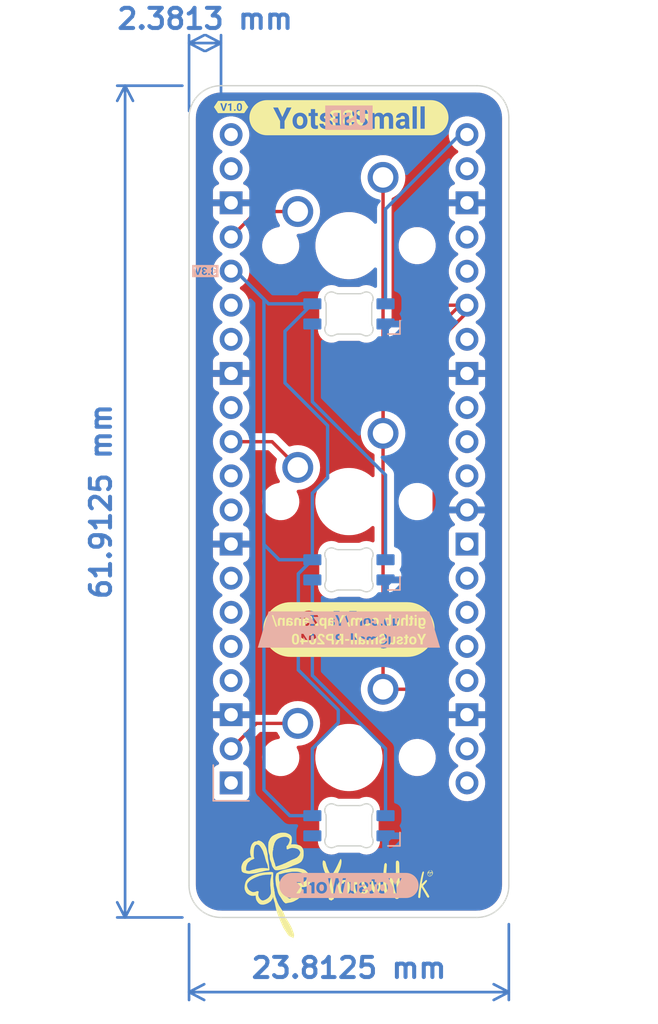
<source format=kicad_pcb>
(kicad_pcb (version 20211014) (generator pcbnew)
  (layers (0 "F.Cu" signal) (31 "B.Cu" signal) (34 "B.Paste" user) (35 "F.Paste" user) (36 "B.SilkS" user "B.Silkscreen") (37 "F.SilkS" user "F.Silkscreen") (38 "B.Mask" user) (39 "F.Mask" user) (44 "Edge.Cuts" user))
  (net 0 "")
  (net 25 "+3.3V")
  (net 26 "Net-(LED1-Pad2)")
  (net 27 "KEY")
  (net 28 "GND")
  (net 29 "Net-(LED2-Pad2)")
  (net 30 "C1")
  (net 31 "R1")
  (net 32 "R2")
  (net 33 "R3")
  (footprint "marbastlib-mx:SW_MX_1u" (layer "F.Cu") (at 45.2438 128.5875)
    (fp_text reference "SW3" hide)
    (fp_text value "MX_SW_solder" hide)
    (pad "" np_thru_hole circle (at 0 0) (size 3.9878 3.9878) (drill 3.9878) (layers *.Cu *.Mask))
    (pad "" np_thru_hole circle (at 5.08 0) (size 1.75 1.75) (drill 1.75) (layers *.Cu *.Mask))
    (pad "" np_thru_hole circle (at -5.08 0) (size 1.75 1.75) (drill 1.75) (layers *.Cu *.Mask))
    (pad "1" thru_hole circle (at -3.81 -2.54) (size 2.3 2.3) (drill 1.524) (layers *.Cu *.Mask) (net 33 "R3"))
    (pad "2" thru_hole circle (at 2.54 -5.08) (size 2.3 2.3) (drill 1.524) (layers *.Cu *.Mask) (net 30 "C1"))
  )
  (footprint "marbastlib-mx:SW_MX_1u" (layer "F.Cu") (at 45.2438 90.4875)
    (fp_text reference "SW1" hide)
    (fp_text value "MX_SW_solder" hide)
    (pad "" np_thru_hole circle (at -5.08 0) (size 1.75 1.75) (drill 1.75) (layers *.Cu *.Mask))
    (pad "" np_thru_hole circle (at 0 0) (size 3.9878 3.9878) (drill 3.9878) (layers *.Cu *.Mask))
    (pad "" np_thru_hole circle (at 5.08 0) (size 1.75 1.75) (drill 1.75) (layers *.Cu *.Mask))
    (pad "1" thru_hole circle (at -3.81 -2.54) (size 2.3 2.3) (drill 1.524) (layers *.Cu *.Mask) (net 31 "R1"))
    (pad "2" thru_hole circle (at 2.54 -5.08) (size 2.3 2.3) (drill 1.524) (layers *.Cu *.Mask) (net 30 "C1"))
  )
  (footprint "kibuzzard-64114494" (layer "F.Cu") (at 45.24375 119.0625)
    (fp_text reference "kibuzzard-64114494" hide)
    (fp_text value "G***" hide)
  )
  (footprint "LOGO" (layer "F.Cu") (at 45.597483 138.098679)
    (fp_text reference "G***" hide)
    (fp_text value "LOGO" hide)
  )
  (footprint "marbastlib-mx:SW_MX_1u" (layer "F.Cu") (at 45.2438 109.5375)
    (fp_text reference "SW2" hide)
    (fp_text value "MX_SW_solder" hide)
    (pad "" np_thru_hole circle (at -5.08 0) (size 1.75 1.75) (drill 1.75) (layers *.Cu *.Mask))
    (pad "" np_thru_hole circle (at 0 0) (size 3.9878 3.9878) (drill 3.9878) (layers *.Cu *.Mask))
    (pad "" np_thru_hole circle (at 5.08 0) (size 1.75 1.75) (drill 1.75) (layers *.Cu *.Mask))
    (pad "1" thru_hole circle (at -3.81 -2.54) (size 2.3 2.3) (drill 1.524) (layers *.Cu *.Mask) (net 32 "R2"))
    (pad "2" thru_hole circle (at 2.54 -5.08) (size 2.3 2.3) (drill 1.524) (layers *.Cu *.Mask) (net 30 "C1"))
  )
  (footprint "kibuzzard-64114471" (layer "F.Cu") (at 45.24375 80.9625)
    (fp_text reference "kibuzzard-64114471" hide)
    (fp_text value "G***" hide)
  )
  (footprint "kibuzzard-640FE15A" (layer "F.Cu") (at 36.46975 80.16875)
    (fp_text reference "kibuzzard-640FE15A" hide)
    (fp_text value "G***" hide)
  )
  (footprint "marbastlib-mx:LED_MX_6028R" (layer "B.Cu") (at 45.2438 133.6675 180)
    (fp_text reference "LED3" hide)
    (fp_text value "MX_SK6812MINI-E" hide)
    (fp_line (start -1.699999 0.702843) (end -1.699999 -0.702841) (layer "Edge.Cuts") (width 0.1))
    (fp_line (start -0.794452 -1.499999) (end 0.794452 -1.499999) (layer "Edge.Cuts") (width 0.1))
    (fp_line (start 0.794452 1.5) (end -0.794453 1.5) (layer "Edge.Cuts") (width 0.1))
    (fp_line (start 1.699999 -0.702841) (end 1.699999 0.702843) (layer "Edge.Cuts") (width 0.1))
    (fp_arc (start 1.04671 -1.568298) (mid 0.925122 -1.517376) (end 0.794452 -1.499999) (layer "Edge.Cuts") (width 0.1))
    (fp_arc (start 1.749484 0.919721) (mid 1.712534 0.814067) (end 1.699999 0.702843) (layer "Edge.Cuts") (width 0.1))
    (fp_arc (start 1.749484 0.919721) (mid 1.638072 1.504036) (end 1.046711 1.5683) (layer "Edge.Cuts") (width 0.1))
    (fp_arc (start 1.699999 -0.702842) (mid 1.712536 -0.814065) (end 1.749484 -0.919719) (layer "Edge.Cuts") (width 0.1))
    (fp_arc (start -1.046711 1.568299) (mid -1.63807 1.504035) (end -1.749484 0.919721) (layer "Edge.Cuts") (width 0.1))
    (fp_arc (start -1.749484 -0.919719) (mid -1.712527 -0.814067) (end -1.699999 -0.702841) (layer "Edge.Cuts") (width 0.1))
    (fp_arc (start 1.046711 -1.568296) (mid 1.638069 -1.504034) (end 1.749484 -0.919719) (layer "Edge.Cuts") (width 0.1))
    (fp_arc (start -1.046711 1.568299) (mid -0.925123 1.517377) (end -0.794453 1.5) (layer "Edge.Cuts") (width 0.1))
    (fp_arc (start -0.794452 -1.499999) (mid -0.925123 -1.517376) (end -1.046711 -1.568298) (layer "Edge.Cuts") (width 0.1))
    (fp_arc (start -1.749484 -0.919718) (mid -1.638072 -1.504034) (end -1.046711 -1.568298) (layer "Edge.Cuts") (width 0.1))
    (fp_arc (start 0.794453 1.500001) (mid 0.925123 1.517378) (end 1.046711 1.5683) (layer "Edge.Cuts") (width 0.1))
    (fp_arc (start -1.699999 0.702844) (mid -1.712527 0.814069) (end -1.749484 0.919721) (layer "Edge.Cuts") (width 0.1))
    (pad "1" smd roundrect (at 2.725 0.75 90) (size 0.82 1.35) (layers "B.Cu" "B.Paste" "B.Mask") (roundrect_rratio 0.1) (net 25 "+3.3V"))
    (pad "2" smd roundrect (at 2.725 -0.75 90) (size 0.82 1.35) (layers "B.Cu" "B.Paste" "B.Mask") (roundrect_rratio 0.1))
    (pad "3" smd roundrect (at -2.725 0.75 90) (size 0.82 1.35) (layers "B.Cu" "B.Paste" "B.Mask") (roundrect_rratio 0.1) (net 29 "Net-(LED2-Pad2)"))
    (pad "4" smd roundrect (at -2.725 -0.75 90) (size 0.82 1.35) (layers "B.Cu" "B.Paste" "B.Mask") (roundrect_rratio 0.1) (chamfer_ratio 0.5) (chamfer bottom_left) (net 28 "GND"))
  )
  (footprint "kibuzzard-640FDD0C" (layer "B.Cu") (at 45.24375 138.1125 180)
    (fp_text reference "kibuzzard-640FDD0C" hide)
    (fp_text value "G***" hide)
  )
  (footprint "WeAct-RP2040-Pico:WeAct-RP2040-Pico" (layer "B.Cu") (at 45.2438 106.3625 180)
    (fp_text reference "U1" hide)
    (fp_text value "WeAct-RP2040-Pico")
    (pad "1" thru_hole circle (at -8.79 24.142 180) (size 1.7 1.7) (drill 1) (layers *.Cu *.Mask) (net 27 "KEY"))
    (pad "2" thru_hole oval (at -8.79 21.602 180) (size 1.7 1.7) (drill 1) (layers *.Cu *.Mask))
    (pad "3" thru_hole rect (at -8.79 19.062 180) (size 1.7 1.7) (drill 1) (layers *.Cu *.Mask) (net 28 "GND"))
    (pad "4" thru_hole oval (at -8.79 16.51 180) (size 1.7 1.7) (drill 1) (layers *.Cu *.Mask))
    (pad "5" thru_hole oval (at -8.79 13.97 180) (size 1.7 1.7) (drill 1) (layers *.Mask "F.Cu" "In1.Cu" "B.Cu"))
    (pad "6" thru_hole oval (at -8.79 11.442 180) (size 1.7 1.7) (drill 1) (layers *.Cu *.Mask) (net 30 "C1"))
    (pad "7" thru_hole oval (at -8.79 8.902 180) (size 1.7 1.7) (drill 1) (layers *.Cu *.Mask))
    (pad "8" thru_hole rect (at -8.79 6.362 180) (size 1.7 1.7) (drill 1) (layers *.Cu *.Mask) (net 28 "GND"))
    (pad "9" thru_hole oval (at -8.79 3.822 180) (size 1.7 1.7) (drill 1) (layers *.Cu *.Mask))
    (pad "10" thru_hole oval (at -8.79 1.282 180) (size 1.7 1.7) (drill 1) (layers *.Cu *.Mask))
    (pad "11" thru_hole oval (at -8.79 -1.258 180) (size 1.7 1.7) (drill 1) (layers *.Cu *.Mask))
    (pad "12" thru_hole oval (at -8.79 -3.798 180) (size 1.7 1.7) (drill 1) (layers *.Cu *.Mask) (net 28 "GND"))
    (pad "13" thru_hole rect (at -8.79 -6.338 180) (size 1.7 1.7) (drill 1) (layers *.Cu *.Mask))
    (pad "14" thru_hole oval (at -8.79 -8.878 180) (size 1.7 1.7) (drill 1) (layers *.Cu *.Mask))
    (pad "15" thru_hole oval (at -8.79 -11.418 180) (size 1.7 1.7) (drill 1) (layers *.Cu *.Mask))
    (pad "16" thru_hole oval (at -8.79 -13.958 180) (size 1.7 1.7) (drill 1) (layers *.Cu *.Mask))
    (pad "17" thru_hole oval (at -8.79 -16.498 180) (size 1.7 1.7) (drill 1) (layers *.Cu *.Mask))
    (pad "18" thru_hole rect (at -8.79 -19.038 180) (size 1.7 1.7) (drill 1) (layers *.Cu *.Mask) (net 28 "GND"))
    (pad "19" thru_hole oval (at -8.79 -21.578 180) (size 1.7 1.7) (drill 1) (layers *.Cu *.Mask))
    (pad "20" thru_hole oval (at -8.79 -24.118 180) (size 1.7 1.7) (drill 1) (layers *.Cu *.Mask))
    (pad "21" thru_hole rect (at 8.774 -24.118 180) (size 1.7 1.7) (drill 1) (layers *.Cu *.Mask))
    (pad "22" thru_hole oval (at 8.774 -21.578 180) (size 1.7 1.7) (drill 1) (layers *.Cu *.Mask) (net 33 "R3"))
    (pad "23" thru_hole rect (at 8.774 -19.038 180) (size 1.7 1.7) (drill 1) (layers *.Cu *.Mask) (net 28 "GND"))
    (pad "24" thru_hole oval (at 8.774 -16.498 180) (size 1.7 1.7) (drill 1) (layers *.Cu *.Mask))
    (pad "25" thru_hole oval (at 8.774 -13.958 180) (size 1.7 1.7) (drill 1) (layers *.Cu *.Mask))
    (pad "26" thru_hole oval (at 8.774 -11.418 180) (size 1.7 1.7) (drill 1) (layers *.Cu *.Mask))
    (pad "27" thru_hole oval (at 8.774 -8.878 180) (size 1.7 1.7) (drill 1) (layers *.Cu *.Mask))
    (pad "28" thru_hole rect (at 8.774 -6.338 180) (size 1.7 1.7) (drill 1) (layers *.Cu *.Mask) (net 28 "GND"))
    (pad "29" thru_hole oval (at 8.774 -3.798 180) (size 1.7 1.7) (drill 1) (layers *.Cu *.Mask))
    (pad "30" thru_hole oval (at 8.774 -1.258 180) (size 1.7 1.7) (drill 1) (layers *.Cu *.Mask))
    (pad "31" thru_hole oval (at 8.774 1.282 180) (size 1.7 1.7) (drill 1) (layers *.Cu *.Mask) (net 32 "R2"))
    (pad "32" thru_hole oval (at 8.774 3.822 180) (size 1.7 1.7) (drill 1) (layers *.Cu *.Mask))
    (pad "33" thru_hole rect (at 8.774 6.362 180) (size 1.7 1.7) (drill 1) (layers *.Cu *.Mask) (net 28 "GND"))
    (pad "34" thru_hole oval (at 8.774 8.902 180) (size 1.7 1.7) (drill 1) (layers *.Cu *.Mask))
    (pad "35" thru_hole oval (at 8.774 11.442 180) (size 1.7 1.7) (drill 1) (layers *.Cu *.Mask))
    (pad "36" thru_hole oval (at 8.774 16.522 180) (size 1.7 1.7) (drill 1) (layers *.Mask "F.Cu" "In1.Cu" "B.Cu") (net 31 "R1"))
    (pad "37" thru_hole oval (at 8.774 13.982 180) (size 1.7 1.7) (drill 1) (layers *.Mask "F.Cu" "In1.Cu" "B.Cu") (net 25 "+3.3V"))
    (pad "38" thru_hole rect (at 8.774 19.062 180) (size 1.7 1.7) (drill 1) (layers *.Cu *.Mask) (net 28 "GND"))
    (pad "39" thru_hole oval (at 8.774 21.602 180) (size 1.7 1.7) (drill 1) (layers *.Cu *.Mask))
    (pad "40" thru_hole circle (at 8.774 24.142 180) (size 1.7 1.7) (drill 1) (layers *.Cu *.Mask))
  )
  (footprint "marbastlib-mx:LED_MX_6028R" (layer "B.Cu") (at 45.2438 95.5675 180)
    (fp_text reference "LED1" hide)
    (fp_text value "MX_SK6812MINI-E" hide)
    (fp_line (start -1.699999 0.702843) (end -1.699999 -0.702841) (layer "Edge.Cuts") (width 0.1))
    (fp_line (start 1.699999 -0.702841) (end 1.699999 0.702843) (layer "Edge.Cuts") (width 0.1))
    (fp_line (start -0.794452 -1.499999) (end 0.794452 -1.499999) (layer "Edge.Cuts") (width 0.1))
    (fp_line (start 0.794452 1.5) (end -0.794453 1.5) (layer "Edge.Cuts") (width 0.1))
    (fp_arc (start -1.046711 1.568299) (mid -1.63807 1.504035) (end -1.749484 0.919721) (layer "Edge.Cuts") (width 0.1))
    (fp_arc (start 1.749484 0.919721) (mid 1.638072 1.504036) (end 1.046711 1.5683) (layer "Edge.Cuts") (width 0.1))
    (fp_arc (start -1.749484 -0.919719) (mid -1.712527 -0.814067) (end -1.699999 -0.702841) (layer "Edge.Cuts") (width 0.1))
    (fp_arc (start 1.04671 -1.568298) (mid 0.925122 -1.517376) (end 0.794452 -1.499999) (layer "Edge.Cuts") (width 0.1))
    (fp_arc (start -1.046711 1.568299) (mid -0.925123 1.517377) (end -0.794453 1.5) (layer "Edge.Cuts") (width 0.1))
    (fp_arc (start -1.699999 0.702844) (mid -1.712527 0.814069) (end -1.749484 0.919721) (layer "Edge.Cuts") (width 0.1))
    (fp_arc (start -1.749484 -0.919718) (mid -1.638072 -1.504034) (end -1.046711 -1.568298) (layer "Edge.Cuts") (width 0.1))
    (fp_arc (start 1.749484 0.919721) (mid 1.712534 0.814067) (end 1.699999 0.702843) (layer "Edge.Cuts") (width 0.1))
    (fp_arc (start 1.046711 -1.568296) (mid 1.638069 -1.504034) (end 1.749484 -0.919719) (layer "Edge.Cuts") (width 0.1))
    (fp_arc (start 1.699999 -0.702842) (mid 1.712536 -0.814065) (end 1.749484 -0.919719) (layer "Edge.Cuts") (width 0.1))
    (fp_arc (start -0.794452 -1.499999) (mid -0.925123 -1.517376) (end -1.046711 -1.568298) (layer "Edge.Cuts") (width 0.1))
    (fp_arc (start 0.794453 1.500001) (mid 0.925123 1.517378) (end 1.046711 1.5683) (layer "Edge.Cuts") (width 0.1))
    (pad "1" smd roundrect (at 2.725 0.75 90) (size 0.82 1.35) (layers "B.Cu" "B.Paste" "B.Mask") (roundrect_rratio 0.1) (net 25 "+3.3V"))
    (pad "2" smd roundrect (at 2.725 -0.75 90) (size 0.82 1.35) (layers "B.Cu" "B.Paste" "B.Mask") (roundrect_rratio 0.1) (net 26 "Net-(LED1-Pad2)"))
    (pad "3" smd roundrect (at -2.725 0.75 90) (size 0.82 1.35) (layers "B.Cu" "B.Paste" "B.Mask") (roundrect_rratio 0.1) (net 27 "KEY"))
    (pad "4" smd roundrect (at -2.725 -0.75 90) (size 0.82 1.35) (layers "B.Cu" "B.Paste" "B.Mask") (roundrect_rratio 0.1) (chamfer_ratio 0.5) (chamfer bottom_left) (net 28 "GND"))
  )
  (footprint "kibuzzard-641144B7" (layer "B.Cu") (at 45.24375 119.0625 180)
    (fp_text reference "kibuzzard-641144B7" hide)
    (fp_text value "G***" hide)
  )
  (footprint "marbastlib-mx:LED_MX_6028R" (layer "B.Cu") (at 45.2438 114.6175 180)
    (fp_text reference "LED2" hide)
    (fp_text value "MX_SK6812MINI-E" hide)
    (fp_line (start 0.794452 1.5) (end -0.794453 1.5) (layer "Edge.Cuts") (width 0.1))
    (fp_line (start -0.794452 -1.499999) (end 0.794452 -1.499999) (layer "Edge.Cuts") (width 0.1))
    (fp_line (start 1.699999 -0.702841) (end 1.699999 0.702843) (layer "Edge.Cuts") (width 0.1))
    (fp_line (start -1.699999 0.702843) (end -1.699999 -0.702841) (layer "Edge.Cuts") (width 0.1))
    (fp_arc (start -0.794452 -1.499999) (mid -0.925123 -1.517376) (end -1.046711 -1.568298) (layer "Edge.Cuts") (width 0.1))
    (fp_arc (start 1.046711 -1.568296) (mid 1.638069 -1.504034) (end 1.749484 -0.919719) (layer "Edge.Cuts") (width 0.1))
    (fp_arc (start -1.046711 1.568299) (mid -0.925123 1.517377) (end -0.794453 1.5) (layer "Edge.Cuts") (width 0.1))
    (fp_arc (start 1.749484 0.919721) (mid 1.638072 1.504036) (end 1.046711 1.5683) (layer "Edge.Cuts") (width 0.1))
    (fp_arc (start 1.04671 -1.568298) (mid 0.925122 -1.517376) (end 0.794452 -1.499999) (layer "Edge.Cuts") (width 0.1))
    (fp_arc (start 0.794453 1.500001) (mid 0.925123 1.517378) (end 1.046711 1.5683) (layer "Edge.Cuts") (width 0.1))
    (fp_arc (start 1.699999 -0.702842) (mid 1.712536 -0.814065) (end 1.749484 -0.919719) (layer "Edge.Cuts") (width 0.1))
    (fp_arc (start -1.699999 0.702844) (mid -1.712527 0.814069) (end -1.749484 0.919721) (layer "Edge.Cuts") (width 0.1))
    (fp_arc (start 1.749484 0.919721) (mid 1.712534 0.814067) (end 1.699999 0.702843) (layer "Edge.Cuts") (width 0.1))
    (fp_arc (start -1.749484 -0.919718) (mid -1.638072 -1.504034) (end -1.046711 -1.568298) (layer "Edge.Cuts") (width 0.1))
    (fp_arc (start -1.749484 -0.919719) (mid -1.712527 -0.814067) (end -1.699999 -0.702841) (layer "Edge.Cuts") (width 0.1))
    (fp_arc (start -1.046711 1.568299) (mid -1.63807 1.504035) (end -1.749484 0.919721) (layer "Edge.Cuts") (width 0.1))
    (pad "1" smd roundrect (at 2.725 0.75 90) (size 0.82 1.35) (layers "B.Cu" "B.Paste" "B.Mask") (roundrect_rratio 0.1) (net 25 "+3.3V"))
    (pad "2" smd roundrect (at 2.725 -0.75 90) (size 0.82 1.35) (layers "B.Cu" "B.Paste" "B.Mask") (roundrect_rratio 0.1) (net 29 "Net-(LED2-Pad2)"))
    (pad "3" smd roundrect (at -2.725 0.75 90) (size 0.82 1.35) (layers "B.Cu" "B.Paste" "B.Mask") (roundrect_rratio 0.1) (net 26 "Net-(LED1-Pad2)"))
    (pad "4" smd roundrect (at -2.725 -0.75 90) (size 0.82 1.35) (layers "B.Cu" "B.Paste" "B.Mask") (roundrect_rratio 0.1) (chamfer_ratio 0.5) (chamfer bottom_left) (net 28 "GND"))
  )
  (footprint "kibuzzard-640FDD6A" (layer "B.Cu") (at 34.55 92.3805 180)
    (fp_text reference "kibuzzard-640FDD6A" hide)
    (fp_text value "G***" hide)
  )
  (footprint "kibuzzard-640FDDAE" (layer "B.Cu") (at 45.24375 80.9625 180)
    (fp_text reference "kibuzzard-640FDDAE" hide)
    (fp_text value "G***" hide)
  )
  (gr_line (start 35.71875 78.58125) (end 54.76875 78.58125) (layer "Edge.Cuts") (width 0.1))
  (gr_line (start 57.15 138.1125) (end 57.15 80.9625) (layer "Edge.Cuts") (width 0.1))
  (gr_arc (start 35.71875 140.49375) (mid 34.034952 139.796298) (end 33.3375 138.1125) (layer "Edge.Cuts") (width 0.1))
  (gr_arc (start 57.15 138.1125) (mid 56.452548 139.796298) (end 54.76875 140.49375) (layer "Edge.Cuts") (width 0.1))
  (gr_line (start 35.71875 140.49375) (end 54.76875 140.49375) (layer "Edge.Cuts") (width 0.1))
  (gr_arc (start 54.76875 78.58125) (mid 56.452548 79.278702) (end 57.15 80.9625) (layer "Edge.Cuts") (width 0.1))
  (gr_line (start 33.3375 80.9625) (end 33.3375 138.1125) (layer "Edge.Cuts") (width 0.1))
  (gr_arc (start 33.3375 80.9625) (mid 34.034952 79.278702) (end 35.71875 78.58125) (layer "Edge.Cuts") (width 0.1))
  (dimension (type aligned) (layer "B.Cu") (pts (xy 33.3375 140.49375) (xy 57.15 140.49375)) (height 5.55625) (gr_text "23,8125 mm" (at 45.24375 144.25) (layer "B.Cu") (effects (font (size 1.5 1.5) (thickness 0.3)))) (format (units 3) (units_format 1) (precision 4)) (style (thickness 0.2) (arrow_length 1.27) (text_position_mode 0) (extension_height 0.58642) (extension_offset 0.5) keep_text_aligned))
  (dimension (type aligned) (layer "B.Cu") (pts (xy 33.3375 140.49375) (xy 33.3375 78.58125)) (height -4.7625) (gr_text "61,9125 mm" (at 26.775 109.5375 90) (layer "B.Cu") (effects (font (size 1.5 1.5) (thickness 0.3)))) (format (units 3) (units_format 1) (precision 4)) (style (thickness 0.2) (arrow_length 1.27) (text_position_mode 0) (extension_height 0.58642) (extension_offset 0.5) keep_text_aligned))
  (dimension (type aligned) (layer "B.Cu") (pts (xy 35.71875 80.9625) (xy 33.3375 80.9625)) (height 5.55625) (gr_text "2,3813 mm" (at 34.528125 73.60625) (layer "B.Cu") (effects (font (size 1.5 1.5) (thickness 0.3)))) (format (units 3) (units_format 1) (precision 4)) (style (thickness 0.2) (arrow_length 1.27) (text_position_mode 0) (extension_height 0.58642) (extension_offset 0.5) keep_text_aligned))
  (segment (start 36.818 92.3805) (end 38.913799 94.476299) (width 0.25) (layer "B.Cu") (net 25))
  (segment (start 40.48125 96.85505) (end 42.5188 94.8175) (width 0.25) (layer "B.Cu") (net 25))
  (segment (start 42.5188 108.912367) (end 43.65625 107.774917) (width 0.25) (layer "B.Cu") (net 25))
  (segment (start 40.04875 113.8675) (end 42.5188 113.8675) (width 0.25) (layer "B.Cu") (net 25))
  (segment (start 44.45 125.9987) (end 42.5188 127.9299) (width 0.25) (layer "B.Cu") (net 25))
  (segment (start 39.255 94.8175) (end 36.818 92.3805) (width 0.25) (layer "B.Cu") (net 25))
  (segment (start 42.5188 113.8675) (end 41.4738 114.9125) (width 0.25) (layer "B.Cu") (net 25))
  (segment (start 38.913799 94.476299) (end 38.913799 112.692451) (width 0.25) (layer "B.Cu") (net 25))
  (segment (start 41.4738 114.9125) (end 41.4738 122.071196) (width 0.25) (layer "B.Cu") (net 25))
  (segment (start 42.5188 94.8175) (end 39.255 94.8175) (width 0.25) (layer "B.Cu") (net 25))
  (segment (start 44.45 125.047396) (end 44.45 125.9987) (width 0.25) (layer "B.Cu") (net 25))
  (segment (start 40.8425 132.9175) (end 42.5188 132.9175) (width 0.25) (layer "B.Cu") (net 25))
  (segment (start 38.913799 112.732549) (end 40.04875 113.8675) (width 0.25) (layer "B.Cu") (net 25))
  (segment (start 42.5188 113.8675) (end 42.5188 108.912367) (width 0.25) (layer "B.Cu") (net 25))
  (segment (start 38.913799 130.988799) (end 40.8425 132.9175) (width 0.25) (layer "B.Cu") (net 25))
  (segment (start 40.48125 100.706746) (end 40.48125 96.85505) (width 0.25) (layer "B.Cu") (net 25))
  (segment (start 36.818 92.3805) (end 36.4698 92.3805) (width 0.25) (layer "B.Cu") (net 25))
  (segment (start 38.913799 112.692451) (end 38.913799 112.732549) (width 0.25) (layer "B.Cu") (net 25))
  (segment (start 38.913799 112.692451) (end 38.913799 130.988799) (width 0.25) (layer "B.Cu") (net 25))
  (segment (start 41.4738 122.071196) (end 44.45 125.047396) (width 0.25) (layer "B.Cu") (net 25))
  (segment (start 42.5188 127.9299) (end 42.5188 132.9175) (width 0.25) (layer "B.Cu") (net 25))
  (segment (start 43.65625 103.881746) (end 40.48125 100.706746) (width 0.25) (layer "B.Cu") (net 25))
  (segment (start 43.65625 107.774917) (end 43.65625 103.881746) (width 0.25) (layer "B.Cu") (net 25))
  (segment (start 47.9688 107.5579) (end 42.5188 102.1079) (width 0.25) (layer "B.Cu") (net 26))
  (segment (start 42.5188 102.1079) (end 42.5188 96.3175) (width 0.25) (layer "B.Cu") (net 26))
  (segment (start 47.9688 113.8675) (end 47.9688 107.5579) (width 0.25) (layer "B.Cu") (net 26))
  (segment (start 47.9688 87.76245) (end 53.51075 82.2205) (width 0.25) (layer "B.Cu") (net 27))
  (segment (start 47.9688 94.8175) (end 47.9688 87.76245) (width 0.25) (layer "B.Cu") (net 27))
  (segment (start 53.51075 82.2205) (end 54.0338 82.2205) (width 0.25) (layer "B.Cu") (net 27))
  (segment (start 47.9688 132.9175) (end 47.9688 127.9298) (width 0.25) (layer "B.Cu") (net 29))
  (segment (start 42.5188 122.4798) (end 42.5188 115.3675) (width 0.25) (layer "B.Cu") (net 29))
  (segment (start 47.9688 127.9298) (end 42.5188 122.4798) (width 0.25) (layer "B.Cu") (net 29))
  (segment (start 53.51075 94.9205) (end 47.7838 100.64745) (width 0.25) (layer "F.Cu") (net 30))
  (segment (start 54.0338 94.9205) (end 53.51075 94.9205) (width 0.25) (layer "F.Cu") (net 30))
  (segment (start 47.7838 85.4075) (end 47.7838 95.0912) (width 0.25) (layer "F.Cu") (net 30))
  (segment (start 51.1295 94.9205) (end 47.7838 98.2662) (width 0.25) (layer "F.Cu") (net 30))
  (segment (start 51.59375 97.892775) (end 51.59375 122.2375) (width 0.25) (layer "F.Cu") (net 30))
  (segment (start 50.32375 123.5075) (end 47.7838 123.5075) (width 0.25) (layer "F.Cu") (net 30))
  (segment (start 54.0338 94.9205) (end 51.1295 94.9205) (width 0.25) (layer "F.Cu") (net 30))
  (segment (start 47.7838 95.0912) (end 47.7838 104.4575) (width 0.25) (layer "F.Cu") (net 30))
  (segment (start 47.7838 104.4575) (end 47.7838 123.5075) (width 0.25) (layer "F.Cu") (net 30))
  (segment (start 51.59375 122.2375) (end 50.32375 123.5075) (width 0.25) (layer "F.Cu") (net 30))
  (segment (start 47.7838 100.64745) (end 47.7838 104.4575) (width 0.25) (layer "F.Cu") (net 30))
  (segment (start 54.0338 95.452725) (end 51.59375 97.892775) (width 0.25) (layer "F.Cu") (net 30))
  (segment (start 54.0338 94.9205) (end 54.0338 95.452725) (width 0.25) (layer "F.Cu") (net 30))
  (segment (start 38.3628 87.9475) (end 36.4698 89.8405) (width 0.25) (layer "F.Cu") (net 31))
  (segment (start 41.4338 87.9475) (end 38.3628 87.9475) (width 0.25) (layer "F.Cu") (net 31))
  (segment (start 39.5168 105.0805) (end 36.4698 105.0805) (width 0.25) (layer "F.Cu") (net 32))
  (segment (start 41.4338 106.9975) (end 39.5168 105.0805) (width 0.25) (layer "F.Cu") (net 32))
  (segment (start 41.4338 126.0475) (end 38.3628 126.0475) (width 0.25) (layer "F.Cu") (net 33))
  (segment (start 38.3628 126.0475) (end 36.4698 127.9405) (width 0.25) (layer "F.Cu") (net 33))
  (zone (net 28) (net_name "GND") (layers F&B.Cu) (connect_pads (clearance 0.508)) (min_thickness 0.254) (fill yes (thermal_gap 0.508) (thermal_bridge_width 0.508))
    (polygon (pts (xy 61.9125 117.475) (xy 68.2625 148.43125) (xy 31.75 148.43125) (xy 23.8125 76.99375) (xy 65.0875 76.2)))
  )
)
</source>
